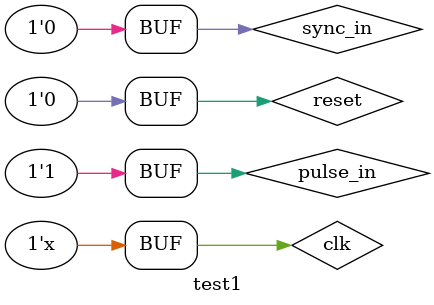
<source format=v>
`timescale 1ns / 1ps


module test1;

	// Inputs
	reg clk;
	reg reset;
	reg pulse_in;
	reg sync_in;

	// Outputs
	wire [127:0] data_out;
	wire dataready_out;

	// Instantiate the Unit Under Test (UUT)
	PMT_correlation2 uut (
		.clk(clk), 
		.reset(reset), 
		.data_out(data_out), 
		.dataready_out(dataready_out), 
		.pulse_in(pulse_in), 
		.sync_in(sync_in)
	);

	initial begin
		// Initialize Inputs
		clk = 0;
		reset = 1;
		pulse_in = 0;
		sync_in = 0;

		// Wait 50 ns for global reset to finish
		#50;
        
		// Add stimulus here
    reset = 0;
	end
      
  // Clock generator
  always begin
       #5  clk = ~clk; // Toggle clock every 5 ticks
  end
  
  always begin
       #71  pulse_in = 0;
       #71  pulse_in = 1;
  end
  
   always begin
       #35    sync_in = 0;
       #71    sync_in = 1;
		 #35    sync_in = 0;
  end
endmodule


</source>
